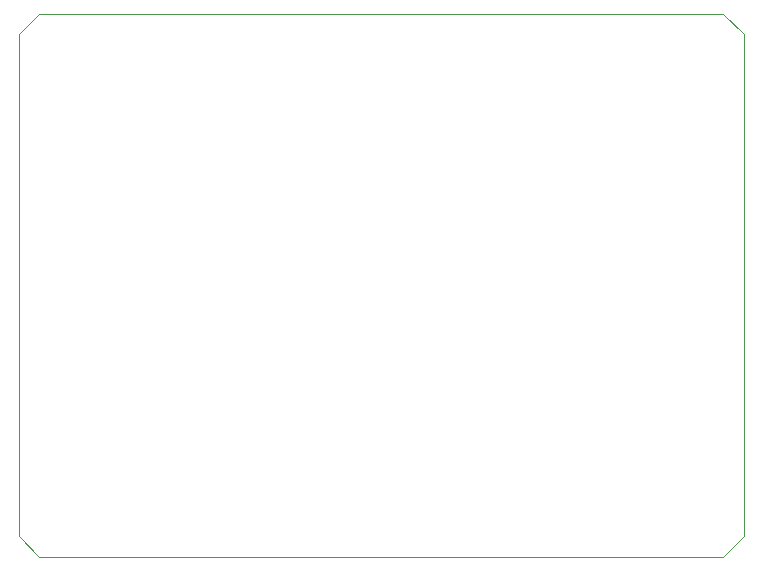
<source format=gbr>
%TF.GenerationSoftware,KiCad,Pcbnew,7.0.6*%
%TF.CreationDate,2023-07-26T12:25:32-06:00*%
%TF.ProjectId,PuyoPuy030,5075796f-5075-4793-9033-302e6b696361,rev?*%
%TF.SameCoordinates,Original*%
%TF.FileFunction,Profile,NP*%
%FSLAX46Y46*%
G04 Gerber Fmt 4.6, Leading zero omitted, Abs format (unit mm)*
G04 Created by KiCad (PCBNEW 7.0.6) date 2023-07-26 12:25:32*
%MOMM*%
%LPD*%
G01*
G04 APERTURE LIST*
%TA.AperFunction,Profile*%
%ADD10C,0.100000*%
%TD*%
G04 APERTURE END LIST*
D10*
X142570200Y-90551000D02*
X142570200Y-133070600D01*
X82931000Y-134797800D02*
X81203800Y-133070600D01*
X81203800Y-133070600D02*
X81203800Y-90551000D01*
X140843000Y-134797800D02*
X142570200Y-133070600D01*
X81203800Y-90551000D02*
X82931000Y-88823800D01*
X82931000Y-88823800D02*
X140843000Y-88823800D01*
X140843000Y-134797800D02*
X82931000Y-134797800D01*
X140843000Y-88823800D02*
X142570200Y-90551000D01*
M02*

</source>
